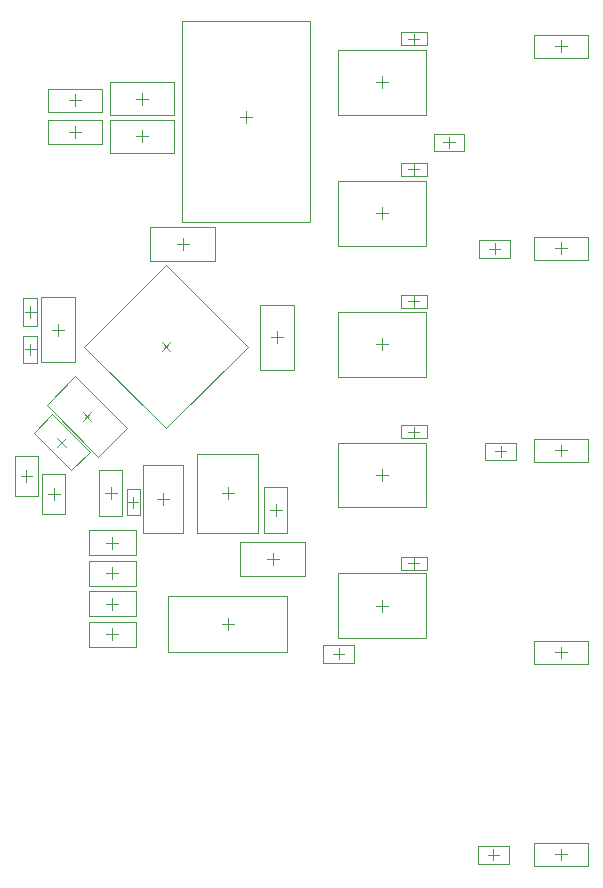
<source format=gbr>
%TF.GenerationSoftware,Altium Limited,Altium Designer,20.1.12 (249)*%
G04 Layer_Color=32768*
%FSLAX26Y26*%
%MOIN*%
%TF.SameCoordinates,D7814EA1-E16B-4454-910B-2193EC0156EE*%
%TF.FilePolarity,Positive*%
%TF.FileFunction,Other,Mechanical_15*%
%TF.Part,Single*%
G01*
G75*
%TA.AperFunction,NonConductor*%
%ADD78C,0.003937*%
%ADD79C,0.001968*%
D78*
X785000Y1280315D02*
Y1319685D01*
X765315Y1300000D02*
X804685D01*
X925315Y1245000D02*
X964685D01*
X945000Y1225315D02*
Y1264685D01*
X1136299Y765000D02*
X1173701D01*
X1155000Y746299D02*
Y783701D01*
X785000Y845315D02*
Y884685D01*
X765315Y865000D02*
X804685D01*
X1804449Y2750630D02*
Y2829370D01*
X1985551Y2750630D02*
Y2829370D01*
X1804449D02*
X1985551D01*
X1804449Y2750630D02*
X1985551D01*
X1875315Y2790000D02*
X1914685D01*
X1895000Y2770315D02*
Y2809685D01*
X1504124Y2470000D02*
X1541525D01*
X1522825Y2451299D02*
Y2488701D01*
X1804449Y2077226D02*
Y2155966D01*
X1985551Y2077226D02*
Y2155966D01*
X1804449D02*
X1985551D01*
X1804449Y2077226D02*
X1985551D01*
X1875315Y2116596D02*
X1914685D01*
X1895000Y2096911D02*
Y2136281D01*
X1656299Y2115000D02*
X1693701D01*
X1675000Y2096299D02*
Y2133701D01*
X1804449Y1403822D02*
Y1482562D01*
X1985551Y1403822D02*
Y1482562D01*
X1804449D02*
X1985551D01*
X1804449Y1403822D02*
X1985551D01*
X1875315Y1443192D02*
X1914685D01*
X1895000Y1423507D02*
Y1462877D01*
X1676299Y1440000D02*
X1713701D01*
X1695000Y1421299D02*
Y1458701D01*
X1804449Y730418D02*
Y809159D01*
X1985551Y730418D02*
Y809159D01*
X1804449D02*
X1985551D01*
X1804449Y730418D02*
X1985551D01*
X1875315Y769788D02*
X1914685D01*
X1895000Y750104D02*
Y789474D01*
X1804449Y57015D02*
Y135755D01*
X1985551Y57015D02*
Y135755D01*
X1804449D02*
X1985551D01*
X1804449Y57015D02*
X1985551D01*
X1875315Y96385D02*
X1914685D01*
X1895000Y76700D02*
Y116070D01*
X1651299Y95000D02*
X1688701D01*
X1670000Y76299D02*
Y113701D01*
X108612Y1904409D02*
X146014D01*
X127313Y1885709D02*
Y1923110D01*
X301081Y1570415D02*
X328919Y1542576D01*
X301081D02*
X328919Y1570415D01*
X94596Y1357425D02*
X133966D01*
X114281Y1337740D02*
Y1377110D01*
X217609Y1483919D02*
X245448Y1456081D01*
X217609Y1456081D02*
X245448Y1483919D01*
X185315Y1297425D02*
X224685D01*
X205000Y1277740D02*
Y1317110D01*
X566081Y1775608D02*
X593919Y1803447D01*
X566081Y1803447D02*
X593919Y1775608D01*
X1387284Y1505000D02*
X1422717D01*
X1405000Y1487283D02*
Y1522716D01*
X200315Y1845000D02*
X239685D01*
X220000Y1825315D02*
Y1864685D01*
X127313Y1761299D02*
Y1798701D01*
X108612Y1780000D02*
X146014D01*
X935000Y1060315D02*
Y1099685D01*
X915315Y1080000D02*
X954685D01*
X930315Y1820000D02*
X969685D01*
X950000Y1800315D02*
Y1839685D01*
X1280315Y1361250D02*
X1319685D01*
X1300000Y1341565D02*
Y1380935D01*
Y1777815D02*
Y1817185D01*
X1280315Y1797500D02*
X1319685D01*
X1405000Y1922283D02*
Y1957716D01*
X1387284Y1940000D02*
X1422717D01*
X480315Y2490000D02*
X519685D01*
X500000Y2470315D02*
Y2509685D01*
X480315Y2615000D02*
X519685D01*
X500000Y2595315D02*
Y2634685D01*
X615315Y2131821D02*
X654685D01*
X635000Y2112136D02*
Y2151506D01*
X1387284Y1066900D02*
X1422717D01*
X1405000Y1049183D02*
Y1084616D01*
X1280315Y925000D02*
X1319685D01*
X1300000Y905315D02*
Y944685D01*
X1387284Y2815000D02*
X1422717D01*
X1405000Y2797283D02*
Y2832716D01*
X1280315Y2670000D02*
X1319685D01*
X1300000Y2650315D02*
Y2689685D01*
Y2214065D02*
Y2253435D01*
X1280315Y2233750D02*
X1319685D01*
X1405000Y2362283D02*
Y2397716D01*
X1387284Y2380000D02*
X1422717D01*
X365551Y2570630D02*
Y2649370D01*
X184449Y2570630D02*
Y2649370D01*
Y2570630D02*
X365551D01*
X184449Y2649370D02*
X365551D01*
X255315Y2610000D02*
X294685D01*
X275000Y2590315D02*
Y2629685D01*
X365551Y2465630D02*
Y2544370D01*
X184449Y2465630D02*
Y2544370D01*
Y2465630D02*
X365551D01*
X184449Y2544370D02*
X365551D01*
X255315Y2505000D02*
X294685D01*
X275000Y2485315D02*
Y2524685D01*
X570000Y1260315D02*
Y1299685D01*
X550315Y1280000D02*
X589685D01*
X375315Y1300000D02*
X414685D01*
X395000Y1280315D02*
Y1319685D01*
X451722Y1270000D02*
X487155D01*
X469439Y1252284D02*
Y1287717D01*
X380315Y931667D02*
X419685D01*
X400000Y911981D02*
Y951352D01*
X380315Y1033333D02*
X419685D01*
X400000Y1013648D02*
Y1053018D01*
X380315Y830000D02*
X419685D01*
X400000Y810315D02*
Y849685D01*
X380315Y1135000D02*
X419685D01*
X400000Y1115315D02*
Y1154685D01*
D79*
X682638Y1431890D02*
X887362D01*
X682638Y1168110D02*
X887362D01*
Y1431890D01*
X682638Y1168110D02*
Y1431890D01*
X905630Y1168228D02*
Y1321772D01*
X984370Y1168228D02*
Y1321772D01*
X905630Y1168228D02*
X984370D01*
X905630Y1321772D02*
X984370D01*
X1206181Y735472D02*
Y794528D01*
X1103819Y735472D02*
Y794528D01*
Y735472D02*
X1206181D01*
X1103819Y794528D02*
X1206181D01*
X586181Y772480D02*
X983819D01*
X586181D02*
Y957520D01*
X983819Y772480D02*
Y957520D01*
X586181D02*
X983819D01*
X1574006Y2440472D02*
Y2499528D01*
X1471644Y2440472D02*
Y2499528D01*
Y2440472D02*
X1574006D01*
X1471644Y2499528D02*
X1574006D01*
X1726181Y2085472D02*
Y2144528D01*
X1623819Y2085472D02*
Y2144528D01*
Y2085472D02*
X1726181D01*
X1623819Y2144528D02*
X1726181D01*
X1746181Y1410472D02*
Y1469527D01*
X1643819Y1410472D02*
Y1469527D01*
Y1410472D02*
X1746181D01*
X1643819Y1469527D02*
X1746181D01*
X1721181Y65472D02*
Y124528D01*
X1618819Y65472D02*
Y124528D01*
Y65472D02*
X1721181D01*
X1618819Y124528D02*
X1721181D01*
X103691Y1859134D02*
Y1949685D01*
X150935Y1859134D02*
Y1949685D01*
X103691Y1859134D02*
X150935D01*
X103691Y1949685D02*
X150935D01*
X276026Y1690122D02*
X448626Y1517521D01*
X181374Y1595470D02*
X276026Y1690122D01*
X181374Y1595470D02*
X353974Y1422869D01*
X448626Y1517521D01*
X153651Y1290495D02*
Y1424354D01*
X74911Y1290495D02*
Y1424354D01*
X153651D01*
X74911Y1290495D02*
X153651D01*
X138268Y1502015D02*
X199514Y1563260D01*
X263543Y1376740D02*
X324788Y1437985D01*
X199514Y1563260D02*
X324788Y1437985D01*
X138268Y1502015D02*
X263543Y1376740D01*
X244370Y1230495D02*
Y1364354D01*
X165630Y1230495D02*
Y1364354D01*
X244370D01*
X165630Y1230495D02*
X244370D01*
X307179Y1789527D02*
X580000Y1516707D01*
Y2062348D02*
X852821Y1789527D01*
X307179D02*
X580000Y2062348D01*
Y1516707D02*
X852821Y1789527D01*
X1448307Y1483346D02*
Y1526653D01*
X1361693Y1483346D02*
Y1526653D01*
Y1483346D02*
X1448307D01*
X1361693Y1526653D02*
X1448307D01*
X277087Y1736732D02*
Y1953268D01*
X162913Y1736732D02*
Y1953268D01*
X277087D01*
X162913Y1736732D02*
X277087D01*
X103691Y1734724D02*
X150935D01*
X103691Y1825275D02*
X150935D01*
X103691Y1734724D02*
Y1825275D01*
X150935Y1734724D02*
Y1825275D01*
X631221Y2204065D02*
X1058780D01*
X631221D02*
Y2873160D01*
X1058780D01*
Y2204065D02*
Y2873160D01*
X825315Y2553278D02*
X864685D01*
X845000Y2533593D02*
Y2572963D01*
X826732Y1137087D02*
X1043268D01*
X826732Y1022913D02*
X1043268D01*
X826732D02*
Y1137087D01*
X1043268Y1022913D02*
Y1137087D01*
X892913Y1711732D02*
Y1928268D01*
X1007087Y1711732D02*
Y1928268D01*
X892913Y1711732D02*
X1007087D01*
X892913Y1928268D02*
X1007087D01*
X1447638Y1252982D02*
Y1469518D01*
X1152362Y1252982D02*
Y1469518D01*
Y1252982D02*
X1447638D01*
X1152362Y1469518D02*
X1447638D01*
X1152362Y1905768D02*
X1447638D01*
X1152362Y1689232D02*
X1447638D01*
X1152362D02*
Y1905768D01*
X1447638Y1689232D02*
Y1905768D01*
X1361693Y1961653D02*
X1448307D01*
X1361693Y1918346D02*
X1448307D01*
X1361693D02*
Y1961653D01*
X1448307Y1918346D02*
Y1961653D01*
X606299Y2434882D02*
Y2545118D01*
X393701Y2434882D02*
Y2545118D01*
Y2434882D02*
X606299D01*
X393701Y2545118D02*
X606299D01*
Y2559882D02*
Y2670118D01*
X393701Y2559882D02*
Y2670118D01*
Y2559882D02*
X606299D01*
X393701Y2670118D02*
X606299D01*
X526732Y2074734D02*
Y2188907D01*
X743268Y2074734D02*
Y2188907D01*
X526732D02*
X743268D01*
X526732Y2074734D02*
X743268D01*
X1448307Y1045246D02*
Y1088553D01*
X1361693Y1045246D02*
Y1088553D01*
Y1045246D02*
X1448307D01*
X1361693Y1088553D02*
X1448307D01*
X1447638Y816732D02*
Y1033268D01*
X1152362Y816732D02*
Y1033268D01*
Y816732D02*
X1447638D01*
X1152362Y1033268D02*
X1447638D01*
X1448307Y2793346D02*
Y2836653D01*
X1361693Y2793346D02*
Y2836653D01*
Y2793346D02*
X1448307D01*
X1361693Y2836653D02*
X1448307D01*
X1447638Y2561732D02*
Y2778268D01*
X1152362Y2561732D02*
Y2778268D01*
Y2561732D02*
X1447638D01*
X1152362Y2778268D02*
X1447638D01*
X1152362Y2342018D02*
X1447638D01*
X1152362Y2125482D02*
X1447638D01*
X1152362D02*
Y2342018D01*
X1447638Y2125482D02*
Y2342018D01*
X1361693Y2401653D02*
X1448307D01*
X1361693Y2358346D02*
X1448307D01*
X1361693D02*
Y2401653D01*
X1448307Y2358346D02*
Y2401653D01*
X503071Y1393189D02*
X636929D01*
X503071Y1166811D02*
X636929D01*
Y1393189D01*
X503071Y1166811D02*
Y1393189D01*
X355630Y1223228D02*
Y1376772D01*
X434370Y1223228D02*
Y1376772D01*
X355630Y1223228D02*
X434370D01*
X355630Y1376772D02*
X434370D01*
X447785Y1226693D02*
Y1313307D01*
X491092Y1226693D02*
Y1313307D01*
X447785Y1226693D02*
X491092D01*
X447785Y1313307D02*
X491092D01*
X478740Y890328D02*
Y973005D01*
X321260Y890328D02*
Y973005D01*
Y890328D02*
X478740D01*
X321260Y973005D02*
X478740D01*
Y991995D02*
Y1074672D01*
X321260Y991995D02*
Y1074672D01*
Y991995D02*
X478740D01*
X321260Y1074672D02*
X478740D01*
Y788661D02*
Y871339D01*
X321260Y788661D02*
Y871339D01*
Y788661D02*
X478740D01*
X321260Y871339D02*
X478740D01*
Y1093661D02*
Y1176338D01*
X321260Y1093661D02*
Y1176338D01*
Y1093661D02*
X478740D01*
X321260Y1176338D02*
X478740D01*
%TF.MD5,3c34a6cfa592606faed3bb6200435b59*%
M02*

</source>
